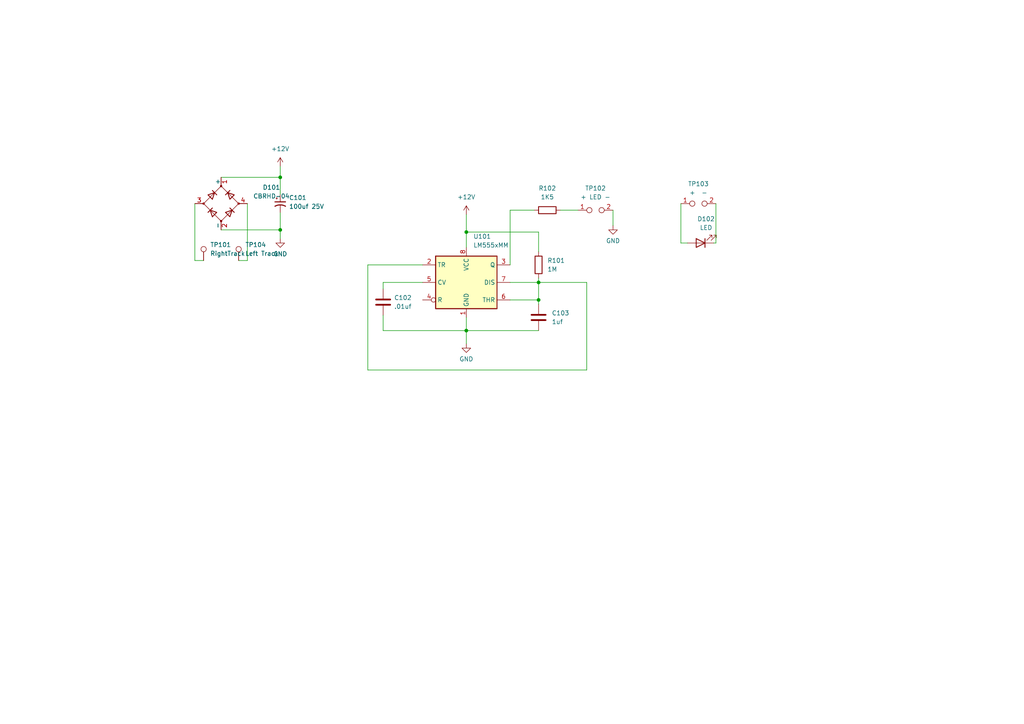
<source format=kicad_sch>
(kicad_sch (version 20211123) (generator eeschema)
  (paper "A4")
  (lib_symbols
    (symbol "Connector:TestPoint" (pin_numbers hide) (pin_names (offset 0.762) hide)
      (property "Reference" "TP" (at 0 6.858 0))
      (property "Value" "TestPoint" (at 0 5.08 0))
      (symbol "TestPoint_0_1"
        (circle (center 0 3.302) (radius 0.762))
      )
      (symbol "TestPoint_1_1"
        (pin passive line (at 0 0 90) (length 2.54) (name "1") (number "1"))
      )
    )
    (symbol "Connector:TestPoint_2Pole" (pin_names (offset 0.762) hide)
      (property "Reference" "TP" (at 0 1.524 0))
      (property "Value" "TestPoint_2Pole" (at 0 -1.778 0))
      (symbol "TestPoint_2Pole_0_1"
        (circle (center -1.778 0) (radius 0.762))
        (circle (center 1.778 0) (radius 0.762))
        (pin passive line (at -5.08 0 0) (length 2.54) (name "1") (number "1"))
        (pin passive line (at 5.08 0 180) (length 2.54) (name "2") (number "2"))
      )
    )
    (symbol "Device:C" (pin_numbers hide) (pin_names (offset 0.254))
      (property "Reference" "C" (at 0.635 2.54 0))
      (property "Value" "C" (at 0.635 -2.54 0))
      (symbol "C_0_1"
        (polyline (pts (xy -2.032 -0.762) (xy 2.032 -0.762)) (stroke (width 0.508)))
        (polyline (pts (xy -2.032 0.762) (xy 2.032 0.762)) (stroke (width 0.508)))
      )
      (symbol "C_1_1"
        (pin passive line (at 0 3.81 270) (length 2.794) (name "~") (number "1"))
        (pin passive line (at 0 -3.81 90) (length 2.794) (name "~") (number "2"))
      )
    )
    (symbol "Device:C_Polarized_Small_US" (pin_numbers hide) (pin_names (offset 0.254) hide)
      (property "Reference" "C" (at 0.254 1.778 0))
      (property "Value" "C_Polarized_Small_US" (at 0.254 -2.032 0))
      (symbol "C_Polarized_Small_US_0_1"
        (polyline (pts (xy -1.524 0.508) (xy 1.524 0.508)) (stroke (width 0.3048)))
        (polyline (pts (xy -1.27 1.524) (xy -0.762 1.524)))
        (polyline (pts (xy -1.016 1.27) (xy -1.016 1.778)))
        (arc (start 1.524 -0.762) (mid 0 -0.3734) (end -1.524 -0.762) (stroke (width 0.3048)))
      )
      (symbol "C_Polarized_Small_US_1_1"
        (pin passive line (at 0 2.54 270) (length 2.032) (name "~") (number "1"))
        (pin passive line (at 0 -2.54 90) (length 2.032) (name "~") (number "2"))
      )
    )
    (symbol "Device:D_Bridge_+-AA" (pin_names (offset 0))
      (property "Reference" "D" (at 2.54 6.985 0))
      (property "Value" "D_Bridge_+-AA" (at 2.54 5.08 0))
      (symbol "D_Bridge_+-AA_0_1"
        (circle (center -5.08 0) (radius 0.254) (fill (type outline)))
        (circle (center 0 -5.08) (radius 0.254) (fill (type outline)))
        (polyline (pts (xy -2.54 3.81) (xy -1.27 2.54)) (stroke (width 0.254)))
        (polyline (pts (xy -1.27 -2.54) (xy -2.54 -3.81)) (stroke (width 0.254)))
        (polyline (pts (xy 2.54 -1.27) (xy 3.81 -2.54)) (stroke (width 0.254)))
        (polyline (pts (xy 2.54 1.27) (xy 3.81 2.54)) (stroke (width 0.254)))
        (polyline (pts (xy -3.81 2.54) (xy -2.54 1.27) (xy -1.905 3.175) (xy -3.81 2.54)) (stroke (width 0.254)))
        (polyline (pts (xy -2.54 -1.27) (xy -3.81 -2.54) (xy -1.905 -3.175) (xy -2.54 -1.27)) (stroke (width 0.254)))
        (polyline (pts (xy 1.27 2.54) (xy 2.54 3.81) (xy 3.175 1.905) (xy 1.27 2.54)) (stroke (width 0.254)))
        (polyline (pts (xy 3.175 -1.905) (xy 1.27 -2.54) (xy 2.54 -3.81) (xy 3.175 -1.905)) (stroke (width 0.254)))
        (polyline (pts (xy -5.08 0) (xy 0 -5.08) (xy 5.08 0) (xy 0 5.08) (xy -5.08 0)))
        (circle (center 0 5.08) (radius 0.254) (fill (type outline)))
        (circle (center 5.08 0) (radius 0.254) (fill (type outline)))
      )
      (symbol "D_Bridge_+-AA_1_1"
        (pin passive line (at 7.62 0 180) (length 2.54) (name "+") (number "1"))
        (pin passive line (at -7.62 0 0) (length 2.54) (name "-") (number "2"))
        (pin passive line (at 0 7.62 270) (length 2.54) (name "~") (number "3"))
        (pin passive line (at 0 -7.62 90) (length 2.54) (name "~") (number "4"))
      )
    )
    (symbol "Device:LED" (pin_numbers hide) (pin_names (offset 1.016) hide)
      (property "Reference" "D" (at 0 2.54 0))
      (property "Value" "LED" (at 0 -2.54 0))
      (symbol "LED_0_1"
        (polyline (pts (xy -1.27 -1.27) (xy -1.27 1.27)) (stroke (width 0.254)))
        (polyline (pts (xy -1.27 0) (xy 1.27 0)))
        (polyline (pts (xy 1.27 -1.27) (xy 1.27 1.27) (xy -1.27 0) (xy 1.27 -1.27)) (stroke (width 0.254)))
        (polyline (pts (xy -3.048 -0.762) (xy -4.572 -2.286) (xy -3.81 -2.286) (xy -4.572 -2.286) (xy -4.572 -1.524)))
        (polyline (pts (xy -1.778 -0.762) (xy -3.302 -2.286) (xy -2.54 -2.286) (xy -3.302 -2.286) (xy -3.302 -1.524)))
      )
      (symbol "LED_1_1"
        (pin passive line (at -3.81 0 0) (length 2.54) (name "K") (number "1"))
        (pin passive line (at 3.81 0 180) (length 2.54) (name "A") (number "2"))
      )
    )
    (symbol "Device:R" (pin_numbers hide) (pin_names (offset 0))
      (property "Reference" "R" (at 2.032 0 90))
      (property "Value" "R" (at 0 0 90))
      (symbol "R_0_1"
        (rectangle (start -1.016 -2.54) (end 1.016 2.54) (stroke (width 0.254)))
      )
      (symbol "R_1_1"
        (pin passive line (at 0 3.81 270) (length 1.27) (name "~") (number "1"))
        (pin passive line (at 0 -3.81 90) (length 1.27) (name "~") (number "2"))
      )
    )
    (symbol "Timer:LM555xMM"
      (property "Reference" "U" (at -10.16 8.89 0))
      (property "Value" "LM555xMM" (at 2.54 8.89 0))
      (symbol "LM555xMM_0_0"
        (pin power_in line (at 0 -10.16 90) (length 2.54) (name "GND") (number "1"))
        (pin power_in line (at 0 10.16 270) (length 2.54) (name "VCC") (number "8"))
      )
      (symbol "LM555xMM_0_1"
        (rectangle (start -8.89 -7.62) (end 8.89 7.62) (stroke (width 0.254)) (fill (type background)))
        (rectangle (start -8.89 -7.62) (end 8.89 7.62) (stroke (width 0.254)) (fill (type background)))
      )
      (symbol "LM555xMM_1_1"
        (pin input line (at -12.7 5.08 0) (length 3.81) (name "TR") (number "2"))
        (pin output line (at 12.7 5.08 180) (length 3.81) (name "Q") (number "3"))
        (pin input inverted (at -12.7 -5.08 0) (length 3.81) (name "R") (number "4"))
        (pin input line (at -12.7 0 0) (length 3.81) (name "CV") (number "5"))
        (pin input line (at 12.7 -5.08 180) (length 3.81) (name "THR") (number "6"))
        (pin input line (at 12.7 0 180) (length 3.81) (name "DIS") (number "7"))
      )
    )
    (symbol "power:+12V" (power) (pin_names (offset 0))
      (property "Value" "+12V" (at 0 3.556 0))
      (symbol "+12V_0_1"
        (polyline (pts (xy -0.762 1.27) (xy 0 2.54)))
        (polyline (pts (xy 0 0) (xy 0 2.54)))
        (polyline (pts (xy 0 2.54) (xy 0.762 1.27)))
      )
      (symbol "+12V_1_1"
        (pin power_in line (at 0 0 90) (length 0) hide (name "+12V") (number "1"))
      )
    )
    (symbol "power:GND" (power) (pin_names (offset 0))
      (property "Value" "GND" (at 0 -3.81 0))
      (symbol "GND_0_1"
        (polyline (pts (xy 0 0) (xy 0 -1.27) (xy 1.27 -1.27) (xy 0 -2.54) (xy -1.27 -1.27) (xy 0 -1.27)))
      )
      (symbol "GND_1_1"
        (pin power_in line (at 0 0 270) (length 0) hide (name "GND") (number "1"))
      )
    )
  )
  (junction (at 135.255 95.885))
  (junction (at 135.255 67.31))
  (junction (at 81.28 51.435))
  (junction (at 156.21 86.995))
  (junction (at 156.21 81.915))
  (junction (at 81.28 66.675))
  (wire (pts (xy 135.255 95.885) (xy 135.255 99.695)))
  (wire (pts (xy 147.955 81.915) (xy 156.21 81.915)))
  (wire (pts (xy 56.515 75.565) (xy 59.055 75.565)))
  (wire (pts (xy 207.645 59.055) (xy 207.645 70.485)))
  (wire (pts (xy 111.125 81.915) (xy 111.125 83.82)))
  (wire (pts (xy 56.515 59.055) (xy 56.515 75.565)))
  (wire (pts (xy 177.8 60.96) (xy 177.8 65.405)))
  (wire (pts (xy 122.555 76.835) (xy 106.68 76.835)))
  (wire (pts (xy 64.135 66.675) (xy 81.28 66.675)))
  (wire (pts (xy 122.555 81.915) (xy 111.125 81.915)))
  (wire (pts (xy 71.755 59.055) (xy 71.755 75.565)))
  (wire (pts (xy 64.135 51.435) (xy 81.28 51.435)))
  (wire (pts (xy 170.18 107.315) (xy 170.18 81.915)))
  (wire (pts (xy 106.68 107.315) (xy 170.18 107.315)))
  (wire (pts (xy 71.755 75.565) (xy 69.215 75.565)))
  (wire (pts (xy 135.255 92.075) (xy 135.255 95.885)))
  (wire (pts (xy 162.56 60.96) (xy 167.64 60.96)))
  (wire (pts (xy 135.255 67.31) (xy 156.21 67.31)))
  (wire (pts (xy 135.255 95.885) (xy 156.21 95.885)))
  (wire (pts (xy 207.645 70.485) (xy 207.01 70.485)))
  (wire (pts (xy 111.125 95.885) (xy 135.255 95.885)))
  (wire (pts (xy 197.485 70.485) (xy 199.39 70.485)))
  (wire (pts (xy 81.28 51.435) (xy 81.28 56.515)))
  (wire (pts (xy 106.68 76.835) (xy 106.68 107.315)))
  (wire (pts (xy 111.125 91.44) (xy 111.125 95.885)))
  (wire (pts (xy 147.955 60.96) (xy 154.94 60.96)))
  (wire (pts (xy 156.21 67.31) (xy 156.21 73.025)))
  (wire (pts (xy 135.255 62.23) (xy 135.255 67.31)))
  (wire (pts (xy 197.485 59.055) (xy 197.485 70.485)))
  (wire (pts (xy 81.28 66.675) (xy 81.28 61.595)))
  (wire (pts (xy 135.255 71.755) (xy 135.255 67.31)))
  (wire (pts (xy 81.28 48.26) (xy 81.28 51.435)))
  (wire (pts (xy 170.18 81.915) (xy 156.21 81.915)))
  (wire (pts (xy 156.21 80.645) (xy 156.21 81.915)))
  (wire (pts (xy 147.955 76.835) (xy 147.955 60.96)))
  (wire (pts (xy 156.21 81.915) (xy 156.21 86.995)))
  (wire (pts (xy 156.21 86.995) (xy 156.21 88.265)))
  (wire (pts (xy 147.955 86.995) (xy 156.21 86.995)))
  (wire (pts (xy 81.28 66.675) (xy 81.28 69.215)))
  (symbol (lib_id "Connector:TestPoint_2Pole") (at 172.72 60.96 0) (unit 1)
    (property "Reference" "TP102" (at 172.72 54.61 0))
    (property "Value" "+ LED -" (at 172.72 57.15 0))
    (property "Footprint" "Connector_Wire:SolderWire-0.1sqmm_1x02_P3.6mm_D0.4mm_OD1mm" (effects hide))
  )
  (symbol (lib_id "Device:LED") (at 203.2 70.485 180) (unit 1)
    (property "Reference" "D102" (at 204.7875 63.5 0))
    (property "Value" "LED" (at 204.7875 66.04 0))
    (property "Footprint" "LED_SMD:LED_0201_0603Metric" (effects hide))
    (property "Mouser Part Number" "743-IN-S21AT5R" (effects hide))
  )
  (symbol (lib_id "power:+12V") (at 81.28 48.26 0) (unit 1)
    (property "Reference" "#PWR0101" (effects hide))
    (property "Value" "+12V" (at 81.28 43.18 0))
  )
  (symbol (lib_id "Connector:TestPoint") (at 59.055 75.565 0) (unit 1)
    (property "Reference" "TP101" (at 60.96 70.9929 0) (effects (justify left)))
    (property "Value" "RightTrack" (at 60.96 73.5329 0) (effects (justify left)))
    (property "Footprint" "Pads:Track Pickup Pad" (effects hide))
  )
  (symbol (lib_id "Device:C_Polarized_Small_US") (at 81.28 59.055 0) (unit 1)
    (property "Reference" "C101" (at 83.82 57.3531 0) (effects (justify left)))
    (property "Value" "100uf 25V" (at 83.82 59.8931 0) (effects (justify left)))
    (property "Footprint" "Capacitor_Tantalum_SMD:CP_EIA-7361-438_AVX-U" (effects hide))
    (property "Mouser Part Number" "581-TRJU107K025RRJV" (effects hide))
  )
  (symbol (lib_id "Timer:LM555xMM") (at 135.255 81.915 0) (unit 1)
    (property "Reference" "U101" (at 137.2744 68.58 0) (effects (justify left)))
    (property "Value" "LM555xMM" (at 137.2744 71.12 0) (effects (justify left)))
    (property "Footprint" "Package_SO:VSSOP-8_3.0x3.0mm_P0.65mm" (effects hide))
    (property "Datasheet" "http://www.ti.com/lit/ds/symlink/lm555.pdf" (effects hide))
    (property "Mouser Part Number" "926-LM555CMMX/NOPB" (effects hide))
  )
  (symbol (lib_id "Device:C") (at 156.21 92.075 0) (unit 1)
    (property "Reference" "C103" (at 160.02 90.8049 0) (effects (justify left)))
    (property "Value" "1uf" (at 160.02 93.3449 0) (effects (justify left)))
    (property "Footprint" "Capacitor_SMD:C_0402_1005Metric" (effects hide))
    (property "Mouser Part Number" "603-CC402KRX5R6BB105" (effects hide))
  )
  (symbol (lib_id "Device:C") (at 111.125 87.63 0) (unit 1)
    (property "Reference" "C102" (at 114.3 86.3599 0) (effects (justify left)))
    (property "Value" ".01uf" (at 114.3 88.8999 0) (effects (justify left)))
    (property "Footprint" "Capacitor_SMD:C_0402_1005Metric" (effects hide))
    (property "Mouser Part Number" "603-CC402JRX7R8BB103" (effects hide))
  )
  (symbol (lib_id "power:+12V") (at 135.255 62.23 0) (unit 1)
    (property "Reference" "#PWR0103" (effects hide))
    (property "Value" "+12V" (at 135.255 57.15 0))
  )
  (symbol (lib_id "Connector:TestPoint_2Pole") (at 202.565 59.055 0) (unit 1)
    (property "Reference" "TP103" (at 202.565 53.34 0))
    (property "Value" "+  -" (at 202.565 55.88 0))
    (property "Footprint" "Pads:SolderPads_1x2_1.2mm" (effects hide))
  )
  (symbol (lib_id "power:GND") (at 135.255 99.695 0) (unit 1)
    (property "Reference" "#PWR0104" (effects hide))
    (property "Value" "GND" (at 135.255 104.14 0))
  )
  (symbol (lib_id "power:GND") (at 177.8 65.405 0) (unit 1)
    (property "Reference" "#PWR0105" (effects hide))
    (property "Value" "GND" (at 177.8 69.85 0))
  )
  (symbol (lib_id "Device:R") (at 158.75 60.96 90) (unit 1)
    (property "Reference" "R102" (at 158.75 54.61 90))
    (property "Value" "1K5" (at 158.75 57.15 90))
    (property "Footprint" "Resistor_SMD:R_0402_1005Metric" (effects hide))
    (property "Mouser Part Number" "652-CR0402FX-1501GLF " (effects hide))
  )
  (symbol (lib_id "Device:D_Bridge_+-AA") (at 64.135 59.055 90) (unit 1)
    (property "Reference" "D101" (at 78.74 54.356 90))
    (property "Value" "CBRHD-04" (at 78.74 56.896 90))
    (property "Footprint" "CBRHD-04_TR13_PBFRE:SOP250P700X290-4N" (effects hide))
    (property "Mouser Part Number" "610-CBRHD04-PB" (effects hide))
  )
  (symbol (lib_id "power:GND") (at 81.28 69.215 0) (unit 1)
    (property "Reference" "#PWR0102" (effects hide))
    (property "Value" "GND" (at 81.28 73.66 0))
  )
  (symbol (lib_id "Device:R") (at 156.21 76.835 0) (unit 1)
    (property "Reference" "R101" (at 158.75 75.5649 0) (effects (justify left)))
    (property "Value" "1M" (at 158.75 78.1049 0) (effects (justify left)))
    (property "Footprint" "Resistor_SMD:R_0402_1005Metric" (effects hide))
    (property "Mouser Part Number" "652-CR0402FX-1003GLF " (effects hide))
  )
  (symbol (lib_id "Connector:TestPoint") (at 69.215 75.565 0) (unit 1)
    (property "Reference" "TP104" (at 71.12 70.9929 0) (effects (justify left)))
    (property "Value" "Left Track" (at 71.12 73.5329 0) (effects (justify left)))
    (property "Footprint" "Pads:Track Pickup Pad" (effects hide))
  )
)
</source>
